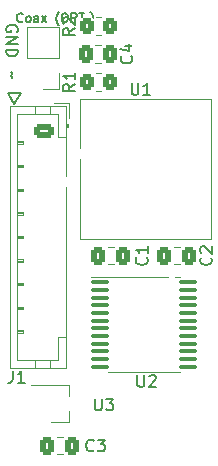
<source format=gbr>
%TF.GenerationSoftware,KiCad,Pcbnew,(6.0.1)*%
%TF.CreationDate,2022-07-06T13:38:45-07:00*%
%TF.ProjectId,mu100-dit,6d753130-302d-4646-9974-2e6b69636164,rev?*%
%TF.SameCoordinates,PX4a25ef0PY4c3f880*%
%TF.FileFunction,Legend,Top*%
%TF.FilePolarity,Positive*%
%FSLAX46Y46*%
G04 Gerber Fmt 4.6, Leading zero omitted, Abs format (unit mm)*
G04 Created by KiCad (PCBNEW (6.0.1)) date 2022-07-06 13:38:45*
%MOMM*%
%LPD*%
G01*
G04 APERTURE LIST*
G04 Aperture macros list*
%AMRoundRect*
0 Rectangle with rounded corners*
0 $1 Rounding radius*
0 $2 $3 $4 $5 $6 $7 $8 $9 X,Y pos of 4 corners*
0 Add a 4 corners polygon primitive as box body*
4,1,4,$2,$3,$4,$5,$6,$7,$8,$9,$2,$3,0*
0 Add four circle primitives for the rounded corners*
1,1,$1+$1,$2,$3*
1,1,$1+$1,$4,$5*
1,1,$1+$1,$6,$7*
1,1,$1+$1,$8,$9*
0 Add four rect primitives between the rounded corners*
20,1,$1+$1,$2,$3,$4,$5,0*
20,1,$1+$1,$4,$5,$6,$7,0*
20,1,$1+$1,$6,$7,$8,$9,0*
20,1,$1+$1,$8,$9,$2,$3,0*%
G04 Aperture macros list end*
%ADD10C,0.150000*%
%ADD11C,0.120000*%
%ADD12C,0.050000*%
%ADD13RoundRect,0.250000X-0.337500X-0.475000X0.337500X-0.475000X0.337500X0.475000X-0.337500X0.475000X0*%
%ADD14RoundRect,0.250000X-0.625000X0.350000X-0.625000X-0.350000X0.625000X-0.350000X0.625000X0.350000X0*%
%ADD15O,1.750000X1.200000*%
%ADD16RoundRect,0.100000X-0.637500X-0.100000X0.637500X-0.100000X0.637500X0.100000X-0.637500X0.100000X0*%
%ADD17C,5.700000*%
%ADD18C,3.600000*%
%ADD19C,3.200000*%
%ADD20C,1.524000*%
%ADD21R,1.900000X0.800000*%
%ADD22RoundRect,0.250000X0.337500X0.475000X-0.337500X0.475000X-0.337500X-0.475000X0.337500X-0.475000X0*%
%ADD23R,1.700000X1.700000*%
%ADD24O,1.700000X1.700000*%
%ADD25RoundRect,0.250000X-0.350000X-0.450000X0.350000X-0.450000X0.350000X0.450000X-0.350000X0.450000X0*%
%ADD26C,0.800000*%
%ADD27C,0.600000*%
G04 APERTURE END LIST*
D10*
X79020000Y-87407000D02*
X78500000Y-88337000D01*
X79020000Y-87407000D02*
X77980000Y-87407000D01*
X77980000Y-87412000D02*
X78500000Y-88342000D01*
X78750000Y-82190095D02*
X78797619Y-82094857D01*
X78797619Y-81952000D01*
X78750000Y-81809142D01*
X78654761Y-81713904D01*
X78559523Y-81666285D01*
X78369047Y-81618666D01*
X78226190Y-81618666D01*
X78035714Y-81666285D01*
X77940476Y-81713904D01*
X77845238Y-81809142D01*
X77797619Y-81952000D01*
X77797619Y-82047238D01*
X77845238Y-82190095D01*
X77892857Y-82237714D01*
X78226190Y-82237714D01*
X78226190Y-82047238D01*
X77797619Y-82666285D02*
X78797619Y-82666285D01*
X77797619Y-83237714D01*
X78797619Y-83237714D01*
X77797619Y-83713904D02*
X78797619Y-83713904D01*
X78797619Y-83952000D01*
X78750000Y-84094857D01*
X78654761Y-84190095D01*
X78559523Y-84237714D01*
X78369047Y-84285333D01*
X78226190Y-84285333D01*
X78035714Y-84237714D01*
X77940476Y-84190095D01*
X77845238Y-84094857D01*
X77797619Y-83952000D01*
X77797619Y-83713904D01*
X79192142Y-81299857D02*
X79156428Y-81335571D01*
X79049285Y-81371285D01*
X78977857Y-81371285D01*
X78870714Y-81335571D01*
X78799285Y-81264142D01*
X78763571Y-81192714D01*
X78727857Y-81049857D01*
X78727857Y-80942714D01*
X78763571Y-80799857D01*
X78799285Y-80728428D01*
X78870714Y-80657000D01*
X78977857Y-80621285D01*
X79049285Y-80621285D01*
X79156428Y-80657000D01*
X79192142Y-80692714D01*
X79620714Y-81371285D02*
X79549285Y-81335571D01*
X79513571Y-81299857D01*
X79477857Y-81228428D01*
X79477857Y-81014142D01*
X79513571Y-80942714D01*
X79549285Y-80907000D01*
X79620714Y-80871285D01*
X79727857Y-80871285D01*
X79799285Y-80907000D01*
X79835000Y-80942714D01*
X79870714Y-81014142D01*
X79870714Y-81228428D01*
X79835000Y-81299857D01*
X79799285Y-81335571D01*
X79727857Y-81371285D01*
X79620714Y-81371285D01*
X80513571Y-81371285D02*
X80513571Y-80978428D01*
X80477857Y-80907000D01*
X80406428Y-80871285D01*
X80263571Y-80871285D01*
X80192142Y-80907000D01*
X80513571Y-81335571D02*
X80442142Y-81371285D01*
X80263571Y-81371285D01*
X80192142Y-81335571D01*
X80156428Y-81264142D01*
X80156428Y-81192714D01*
X80192142Y-81121285D01*
X80263571Y-81085571D01*
X80442142Y-81085571D01*
X80513571Y-81049857D01*
X80799285Y-81371285D02*
X81192142Y-80871285D01*
X80799285Y-80871285D02*
X81192142Y-81371285D01*
X82263571Y-81657000D02*
X82227857Y-81621285D01*
X82156428Y-81514142D01*
X82120714Y-81442714D01*
X82085000Y-81335571D01*
X82049285Y-81157000D01*
X82049285Y-81014142D01*
X82085000Y-80835571D01*
X82120714Y-80728428D01*
X82156428Y-80657000D01*
X82227857Y-80549857D01*
X82263571Y-80514142D01*
X82692142Y-80621285D02*
X82835000Y-80621285D01*
X82906428Y-80657000D01*
X82977857Y-80728428D01*
X83013571Y-80871285D01*
X83013571Y-81121285D01*
X82977857Y-81264142D01*
X82906428Y-81335571D01*
X82835000Y-81371285D01*
X82692142Y-81371285D01*
X82620714Y-81335571D01*
X82549285Y-81264142D01*
X82513571Y-81121285D01*
X82513571Y-80871285D01*
X82549285Y-80728428D01*
X82620714Y-80657000D01*
X82692142Y-80621285D01*
X83335000Y-81371285D02*
X83335000Y-80621285D01*
X83620714Y-80621285D01*
X83692142Y-80657000D01*
X83727857Y-80692714D01*
X83763571Y-80764142D01*
X83763571Y-80871285D01*
X83727857Y-80942714D01*
X83692142Y-80978428D01*
X83620714Y-81014142D01*
X83335000Y-81014142D01*
X83977857Y-80621285D02*
X84406428Y-80621285D01*
X84192142Y-81371285D02*
X84192142Y-80621285D01*
X84656428Y-81299857D02*
X84692142Y-81335571D01*
X84656428Y-81371285D01*
X84620714Y-81335571D01*
X84656428Y-81299857D01*
X84656428Y-81371285D01*
X84942142Y-81657000D02*
X84977857Y-81621285D01*
X85049285Y-81514142D01*
X85085000Y-81442714D01*
X85120714Y-81335571D01*
X85156428Y-81157000D01*
X85156428Y-81014142D01*
X85120714Y-80835571D01*
X85085000Y-80728428D01*
X85049285Y-80657000D01*
X84977857Y-80549857D01*
X84942142Y-80514142D01*
X78321428Y-86082952D02*
X78273809Y-86035333D01*
X78226190Y-85940095D01*
X78321428Y-85749619D01*
X78273809Y-85654380D01*
X78226190Y-85606761D01*
%TO.C,C3*%
X85213333Y-117634142D02*
X85165714Y-117681761D01*
X85022857Y-117729380D01*
X84927619Y-117729380D01*
X84784761Y-117681761D01*
X84689523Y-117586523D01*
X84641904Y-117491285D01*
X84594285Y-117300809D01*
X84594285Y-117157952D01*
X84641904Y-116967476D01*
X84689523Y-116872238D01*
X84784761Y-116777000D01*
X84927619Y-116729380D01*
X85022857Y-116729380D01*
X85165714Y-116777000D01*
X85213333Y-116824619D01*
X85546666Y-116729380D02*
X86165714Y-116729380D01*
X85832380Y-117110333D01*
X85975238Y-117110333D01*
X86070476Y-117157952D01*
X86118095Y-117205571D01*
X86165714Y-117300809D01*
X86165714Y-117538904D01*
X86118095Y-117634142D01*
X86070476Y-117681761D01*
X85975238Y-117729380D01*
X85689523Y-117729380D01*
X85594285Y-117681761D01*
X85546666Y-117634142D01*
%TO.C,J1*%
X78376666Y-110894380D02*
X78376666Y-111608666D01*
X78329047Y-111751523D01*
X78233809Y-111846761D01*
X78090952Y-111894380D01*
X77995714Y-111894380D01*
X79376666Y-111894380D02*
X78805238Y-111894380D01*
X79090952Y-111894380D02*
X79090952Y-110894380D01*
X78995714Y-111037238D01*
X78900476Y-111132476D01*
X78805238Y-111180095D01*
%TO.C,U2*%
X88918095Y-111254380D02*
X88918095Y-112063904D01*
X88965714Y-112159142D01*
X89013333Y-112206761D01*
X89108571Y-112254380D01*
X89299047Y-112254380D01*
X89394285Y-112206761D01*
X89441904Y-112159142D01*
X89489523Y-112063904D01*
X89489523Y-111254380D01*
X89918095Y-111349619D02*
X89965714Y-111302000D01*
X90060952Y-111254380D01*
X90299047Y-111254380D01*
X90394285Y-111302000D01*
X90441904Y-111349619D01*
X90489523Y-111444857D01*
X90489523Y-111540095D01*
X90441904Y-111682952D01*
X89870476Y-112254380D01*
X90489523Y-112254380D01*
%TO.C,U1*%
X88418095Y-86534380D02*
X88418095Y-87343904D01*
X88465714Y-87439142D01*
X88513333Y-87486761D01*
X88608571Y-87534380D01*
X88799047Y-87534380D01*
X88894285Y-87486761D01*
X88941904Y-87439142D01*
X88989523Y-87343904D01*
X88989523Y-86534380D01*
X89989523Y-87534380D02*
X89418095Y-87534380D01*
X89703809Y-87534380D02*
X89703809Y-86534380D01*
X89608571Y-86677238D01*
X89513333Y-86772476D01*
X89418095Y-86820095D01*
%TO.C,C2*%
X95137142Y-101318666D02*
X95184761Y-101366285D01*
X95232380Y-101509142D01*
X95232380Y-101604380D01*
X95184761Y-101747238D01*
X95089523Y-101842476D01*
X94994285Y-101890095D01*
X94803809Y-101937714D01*
X94660952Y-101937714D01*
X94470476Y-101890095D01*
X94375238Y-101842476D01*
X94280000Y-101747238D01*
X94232380Y-101604380D01*
X94232380Y-101509142D01*
X94280000Y-101366285D01*
X94327619Y-101318666D01*
X94327619Y-100937714D02*
X94280000Y-100890095D01*
X94232380Y-100794857D01*
X94232380Y-100556761D01*
X94280000Y-100461523D01*
X94327619Y-100413904D01*
X94422857Y-100366285D01*
X94518095Y-100366285D01*
X94660952Y-100413904D01*
X95232380Y-100985333D01*
X95232380Y-100366285D01*
%TO.C,U3*%
X85318095Y-113254380D02*
X85318095Y-114063904D01*
X85365714Y-114159142D01*
X85413333Y-114206761D01*
X85508571Y-114254380D01*
X85699047Y-114254380D01*
X85794285Y-114206761D01*
X85841904Y-114159142D01*
X85889523Y-114063904D01*
X85889523Y-113254380D01*
X86270476Y-113254380D02*
X86889523Y-113254380D01*
X86556190Y-113635333D01*
X86699047Y-113635333D01*
X86794285Y-113682952D01*
X86841904Y-113730571D01*
X86889523Y-113825809D01*
X86889523Y-114063904D01*
X86841904Y-114159142D01*
X86794285Y-114206761D01*
X86699047Y-114254380D01*
X86413333Y-114254380D01*
X86318095Y-114206761D01*
X86270476Y-114159142D01*
%TO.C,C1*%
X89687142Y-101306666D02*
X89734761Y-101354285D01*
X89782380Y-101497142D01*
X89782380Y-101592380D01*
X89734761Y-101735238D01*
X89639523Y-101830476D01*
X89544285Y-101878095D01*
X89353809Y-101925714D01*
X89210952Y-101925714D01*
X89020476Y-101878095D01*
X88925238Y-101830476D01*
X88830000Y-101735238D01*
X88782380Y-101592380D01*
X88782380Y-101497142D01*
X88830000Y-101354285D01*
X88877619Y-101306666D01*
X89782380Y-100354285D02*
X89782380Y-100925714D01*
X89782380Y-100640000D02*
X88782380Y-100640000D01*
X88925238Y-100735238D01*
X89020476Y-100830476D01*
X89068095Y-100925714D01*
%TO.C,R1*%
X83632380Y-86618666D02*
X83156190Y-86952000D01*
X83632380Y-87190095D02*
X82632380Y-87190095D01*
X82632380Y-86809142D01*
X82680000Y-86713904D01*
X82727619Y-86666285D01*
X82822857Y-86618666D01*
X82965714Y-86618666D01*
X83060952Y-86666285D01*
X83108571Y-86713904D01*
X83156190Y-86809142D01*
X83156190Y-87190095D01*
X83632380Y-85666285D02*
X83632380Y-86237714D01*
X83632380Y-85952000D02*
X82632380Y-85952000D01*
X82775238Y-86047238D01*
X82870476Y-86142476D01*
X82918095Y-86237714D01*
%TO.C,R2*%
X83602380Y-81918666D02*
X83126190Y-82252000D01*
X83602380Y-82490095D02*
X82602380Y-82490095D01*
X82602380Y-82109142D01*
X82650000Y-82013904D01*
X82697619Y-81966285D01*
X82792857Y-81918666D01*
X82935714Y-81918666D01*
X83030952Y-81966285D01*
X83078571Y-82013904D01*
X83126190Y-82109142D01*
X83126190Y-82490095D01*
X82697619Y-81537714D02*
X82650000Y-81490095D01*
X82602380Y-81394857D01*
X82602380Y-81156761D01*
X82650000Y-81061523D01*
X82697619Y-81013904D01*
X82792857Y-80966285D01*
X82888095Y-80966285D01*
X83030952Y-81013904D01*
X83602380Y-81585333D01*
X83602380Y-80966285D01*
%TO.C,C4*%
X88404286Y-84243666D02*
X88451905Y-84291285D01*
X88499524Y-84434142D01*
X88499524Y-84529380D01*
X88451905Y-84672238D01*
X88356667Y-84767476D01*
X88261429Y-84815095D01*
X88070953Y-84862714D01*
X87928096Y-84862714D01*
X87737620Y-84815095D01*
X87642382Y-84767476D01*
X87547144Y-84672238D01*
X87499524Y-84529380D01*
X87499524Y-84434142D01*
X87547144Y-84291285D01*
X87594763Y-84243666D01*
X87832858Y-83386523D02*
X88499524Y-83386523D01*
X87451905Y-83624619D02*
X88166191Y-83862714D01*
X88166191Y-83243666D01*
D11*
%TO.C,C3*%
X82068748Y-116492000D02*
X82591252Y-116492000D01*
X82068748Y-117962000D02*
X82591252Y-117962000D01*
%TO.C,J1*%
X79230000Y-107672000D02*
X78730000Y-107672000D01*
X78730000Y-93472000D02*
X79230000Y-93472000D01*
X78730000Y-107572000D02*
X79230000Y-107572000D01*
X78730000Y-101472000D02*
X79230000Y-101472000D01*
X80230000Y-110632000D02*
X80230000Y-110022000D01*
X82840000Y-91072000D02*
X82230000Y-91072000D01*
X78730000Y-97472000D02*
X79230000Y-97472000D01*
X79230000Y-97472000D02*
X79230000Y-97672000D01*
X79230000Y-101472000D02*
X79230000Y-101672000D01*
X78730000Y-107472000D02*
X79230000Y-107472000D01*
X79230000Y-93672000D02*
X78730000Y-93672000D01*
X79230000Y-103472000D02*
X79230000Y-103672000D01*
X78730000Y-105472000D02*
X79230000Y-105472000D01*
X78730000Y-91572000D02*
X79230000Y-91572000D01*
X79230000Y-97672000D02*
X78730000Y-97672000D01*
X79230000Y-107472000D02*
X79230000Y-107672000D01*
X78730000Y-101572000D02*
X79230000Y-101572000D01*
X78120000Y-110632000D02*
X82840000Y-110632000D01*
X82840000Y-88512000D02*
X78120000Y-88512000D01*
X78120000Y-88512000D02*
X78120000Y-110632000D01*
X79230000Y-91672000D02*
X78730000Y-91672000D01*
X83140000Y-88212000D02*
X81890000Y-88212000D01*
X81530000Y-88512000D02*
X81530000Y-89122000D01*
X78730000Y-95572000D02*
X79230000Y-95572000D01*
X79230000Y-101672000D02*
X78730000Y-101672000D01*
X79230000Y-105672000D02*
X78730000Y-105672000D01*
X78730000Y-99572000D02*
X79230000Y-99572000D01*
X78730000Y-93572000D02*
X79230000Y-93572000D01*
X78730000Y-105572000D02*
X79230000Y-105572000D01*
X79230000Y-99472000D02*
X79230000Y-99672000D01*
X78730000Y-91472000D02*
X79230000Y-91472000D01*
X79230000Y-105472000D02*
X79230000Y-105672000D01*
X78730000Y-89122000D02*
X78730000Y-110022000D01*
X79230000Y-95472000D02*
X79230000Y-95672000D01*
X79230000Y-91472000D02*
X79230000Y-91672000D01*
X78730000Y-95472000D02*
X79230000Y-95472000D01*
X82230000Y-91072000D02*
X82230000Y-89122000D01*
X79230000Y-103672000D02*
X78730000Y-103672000D01*
X83140000Y-89462000D02*
X83140000Y-88212000D01*
X83040000Y-90272000D02*
X83040000Y-89972000D01*
X80230000Y-88512000D02*
X80230000Y-89122000D01*
X78730000Y-103472000D02*
X79230000Y-103472000D01*
X81530000Y-110632000D02*
X81530000Y-110022000D01*
X78730000Y-110022000D02*
X82230000Y-110022000D01*
X82230000Y-89122000D02*
X78730000Y-89122000D01*
X79230000Y-99672000D02*
X78730000Y-99672000D01*
X79230000Y-93472000D02*
X79230000Y-93672000D01*
X78730000Y-99472000D02*
X79230000Y-99472000D01*
X82940000Y-90272000D02*
X82940000Y-89972000D01*
X82840000Y-110632000D02*
X82840000Y-88512000D01*
X82230000Y-108072000D02*
X82840000Y-108072000D01*
X79230000Y-95672000D02*
X78730000Y-95672000D01*
X78730000Y-103572000D02*
X79230000Y-103572000D01*
X78730000Y-97572000D02*
X79230000Y-97572000D01*
X82840000Y-90272000D02*
X83040000Y-90272000D01*
X82230000Y-110022000D02*
X82230000Y-108072000D01*
X83040000Y-89972000D02*
X82840000Y-89972000D01*
%TO.C,U2*%
X89452000Y-111023427D02*
X86402000Y-111023427D01*
X89452000Y-111023427D02*
X92502000Y-111023427D01*
X89452000Y-102953427D02*
X92502000Y-102953427D01*
X89452000Y-102953427D02*
X85002000Y-102953427D01*
D12*
%TO.C,U1*%
X95130000Y-87902000D02*
X84030000Y-87902000D01*
X84030000Y-87902000D02*
X84030000Y-99702000D01*
X84030000Y-99702000D02*
X95130000Y-99702000D01*
X95130000Y-99702000D02*
X95130000Y-87902000D01*
D11*
%TO.C,C2*%
X91984748Y-100405000D02*
X92507252Y-100405000D01*
X91984748Y-101875000D02*
X92507252Y-101875000D01*
%TO.C,U3*%
X83090000Y-115232000D02*
X81630000Y-115232000D01*
X83090000Y-115232000D02*
X83090000Y-114302000D01*
X83090000Y-112072000D02*
X83090000Y-113002000D01*
X83090000Y-112072000D02*
X79930000Y-112072000D01*
%TO.C,C1*%
X86919252Y-101875000D02*
X86396748Y-101875000D01*
X86919252Y-100405000D02*
X86396748Y-100405000D01*
%TO.C,J2*%
X82240000Y-81805000D02*
X79580000Y-81805000D01*
X82240000Y-85675000D02*
X82240000Y-87005000D01*
X79580000Y-84405000D02*
X79580000Y-81805000D01*
X82240000Y-87005000D02*
X80910000Y-87005000D01*
X82240000Y-84405000D02*
X82240000Y-81805000D01*
X82240000Y-84405000D02*
X79580000Y-84405000D01*
%TO.C,R1*%
X85401508Y-87187000D02*
X85855636Y-87187000D01*
X85401508Y-85717000D02*
X85855636Y-85717000D01*
%TO.C,R2*%
X85401508Y-80967000D02*
X85855636Y-80967000D01*
X85401508Y-82437000D02*
X85855636Y-82437000D01*
%TO.C,C4*%
X85859824Y-83342000D02*
X85337320Y-83342000D01*
X85859824Y-84812000D02*
X85337320Y-84812000D01*
%TD*%
%LPC*%
D13*
%TO.C,C3*%
X81292500Y-117227000D03*
X83367500Y-117227000D03*
%TD*%
D14*
%TO.C,J1*%
X81030000Y-90572000D03*
D15*
X81030000Y-92572000D03*
X81030000Y-94572000D03*
X81030000Y-96572000D03*
X81030000Y-98572000D03*
X81030000Y-100572000D03*
X81030000Y-102572000D03*
X81030000Y-104572000D03*
X81030000Y-106572000D03*
X81030000Y-108572000D03*
%TD*%
D16*
%TO.C,U2*%
X85739500Y-103413427D03*
X85739500Y-104063427D03*
X85739500Y-104713427D03*
X85739500Y-105363427D03*
X85739500Y-106013427D03*
X85739500Y-106663427D03*
X85739500Y-107313427D03*
X85739500Y-107963427D03*
X85739500Y-108613427D03*
X85739500Y-109263427D03*
X85739500Y-109913427D03*
X85739500Y-110563427D03*
X93164500Y-110563427D03*
X93164500Y-109913427D03*
X93164500Y-109263427D03*
X93164500Y-108613427D03*
X93164500Y-107963427D03*
X93164500Y-107313427D03*
X93164500Y-106663427D03*
X93164500Y-106013427D03*
X93164500Y-105363427D03*
X93164500Y-104713427D03*
X93164500Y-104063427D03*
X93164500Y-103413427D03*
%TD*%
D17*
%TO.C,H1*%
X91350000Y-83452000D03*
D18*
X91350000Y-83452000D03*
%TD*%
D19*
%TO.C,U1*%
X90430000Y-89992000D03*
X90430000Y-97612000D03*
D20*
X86620000Y-91262000D03*
X86620000Y-93802000D03*
X86620000Y-96342000D03*
%TD*%
D13*
%TO.C,C2*%
X91208500Y-101140000D03*
X93283500Y-101140000D03*
%TD*%
D21*
%TO.C,U3*%
X80830000Y-112702000D03*
X80830000Y-114602000D03*
X83830000Y-113652000D03*
%TD*%
D22*
%TO.C,C1*%
X87695500Y-101140000D03*
X85620500Y-101140000D03*
%TD*%
D17*
%TO.C,H2*%
X91350000Y-116452000D03*
D18*
X91350000Y-116452000D03*
%TD*%
D23*
%TO.C,J2*%
X80910000Y-85675000D03*
D24*
X80910000Y-83135000D03*
%TD*%
D25*
%TO.C,R1*%
X84628572Y-86452000D03*
X86628572Y-86452000D03*
%TD*%
%TO.C,R2*%
X84628572Y-81702000D03*
X86628572Y-81702000D03*
%TD*%
D22*
%TO.C,C4*%
X86636072Y-84077000D03*
X84561072Y-84077000D03*
%TD*%
D26*
X83550000Y-87826000D03*
X87200000Y-99282000D03*
X82850000Y-94882000D03*
X84060000Y-92542000D03*
X89070000Y-95352000D03*
X84970000Y-98752000D03*
X89130000Y-92702000D03*
D27*
X83260000Y-111322000D03*
X84016400Y-104137200D03*
X87889978Y-106829600D03*
X87877200Y-107744000D03*
X87885439Y-108751761D03*
X87877200Y-109674400D03*
X91230000Y-105585000D03*
X92037242Y-104738927D03*
X91839600Y-102841800D03*
X90925200Y-109003500D03*
X91915800Y-108379000D03*
M02*

</source>
